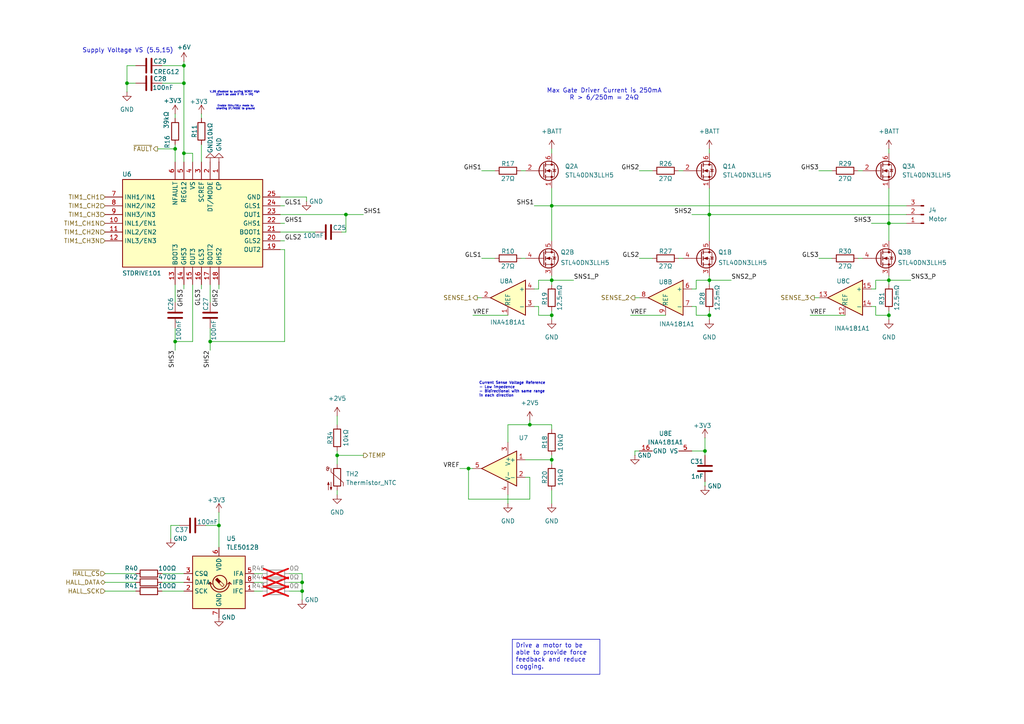
<source format=kicad_sch>
(kicad_sch (version 20250114) (generator "eeschema") (generator_version "9.0")
  (paper "A4")
  (lib_symbols
    (symbol "Connector:Conn_01x03_Pin" (pin_names (offset 1.016) (hide yes))
      (property "Reference" "J" (at 0 5.08 0))
      (property "Value" "Conn_01x03_Pin" (at 0 -5.08 0))
      (symbol "Conn_01x03_Pin_1_1"
        (rectangle (start 0.8636 2.667) (end 0 2.413) (stroke (width 0.1524)) (fill (type outline)))
        (rectangle (start 0.8636 0.127) (end 0 -0.127) (stroke (width 0.1524)) (fill (type outline)))
        (rectangle (start 0.8636 -2.413) (end 0 -2.667) (stroke (width 0.1524)) (fill (type outline)))
        (polyline (pts (xy 1.27 2.54) (xy 0.8636 2.54)) (stroke (width 0.1524)))
        (polyline (pts (xy 1.27 0) (xy 0.8636 0)) (stroke (width 0.1524)))
        (polyline (pts (xy 1.27 -2.54) (xy 0.8636 -2.54)) (stroke (width 0.1524)))
        (pin passive line (at 5.08 2.54 180) (length 3.81) (name "Pin_1") (number "1"))
        (pin passive line (at 5.08 0 180) (length 3.81) (name "Pin_2") (number "2"))
        (pin passive line (at 5.08 -2.54 180) (length 3.81) (name "Pin_3") (number "3"))
      )
    )
    (symbol "Device:C" (pin_numbers (hide yes)) (pin_names (offset 0.254))
      (property "Reference" "C" (at 0.635 2.54 0))
      (property "Value" "C" (at 0.635 -2.54 0))
      (symbol "C_0_1"
        (polyline (pts (xy -2.032 0.762) (xy 2.032 0.762)) (stroke (width 0.508)))
        (polyline (pts (xy -2.032 -0.762) (xy 2.032 -0.762)) (stroke (width 0.508)))
      )
      (symbol "C_1_1"
        (pin passive line (at 0 3.81 270) (length 2.794) (name "~") (number "1"))
        (pin passive line (at 0 -3.81 90) (length 2.794) (name "~") (number "2"))
      )
    )
    (symbol "Device:R" (pin_numbers (hide yes)) (pin_names (offset 0))
      (property "Reference" "R" (at 2.032 0 90))
      (property "Value" "R" (at 0 0 90))
      (symbol "R_0_1"
        (rectangle (start -1.016 -2.54) (end 1.016 2.54) (stroke (width 0.254)))
      )
      (symbol "R_1_1"
        (pin passive line (at 0 3.81 270) (length 1.27) (name "~") (number "1"))
        (pin passive line (at 0 -3.81 90) (length 1.27) (name "~") (number "2"))
      )
    )
    (symbol "Device:Thermistor_NTC" (pin_numbers (hide yes)) (pin_names (offset 0))
      (property "Reference" "TH" (at -4.445 0 90))
      (property "Value" "Thermistor_NTC" (at 3.175 0 90))
      (symbol "Thermistor_NTC_0_1"
        (arc (start -3.175 2.413) (mid -3.0506 2.3165) (end -3.048 2.159))
        (arc (start -3.048 2.794) (mid -2.9736 2.9736) (end -2.794 3.048))
        (arc (start -2.794 3.048) (mid -2.6144 2.9736) (end -2.54 2.794))
        (arc (start -2.794 2.54) (mid -2.9736 2.6144) (end -3.048 2.794))
        (arc (start -2.794 1.905) (mid -2.9736 1.9794) (end -3.048 2.159))
        (arc (start -2.54 2.159) (mid -2.6144 1.9794) (end -2.794 1.905))
        (arc (start -2.159 2.794) (mid -2.434 2.5608) (end -2.794 2.54))
        (polyline (pts (xy -2.54 2.159) (xy -2.54 2.794)))
        (polyline (pts (xy -2.54 -3.683) (xy -2.54 -1.397) (xy -2.794 -2.159) (xy -2.286 -2.159) (xy -2.54 -1.397) (xy -2.54 -1.651)) (fill (type outline)))
        (polyline (pts (xy -1.778 2.54) (xy -1.778 1.524) (xy 1.778 -1.524) (xy 1.778 -2.54)))
        (polyline (pts (xy -1.778 -1.397) (xy -1.778 -3.683) (xy -2.032 -2.921) (xy -1.524 -2.921) (xy -1.778 -3.683) (xy -1.778 -3.429)) (fill (type outline)))
        (rectangle (start -1.016 2.54) (end 1.016 -2.54) (stroke (width 0.254)))
      )
      (symbol "Thermistor_NTC_1_1"
        (pin passive line (at 0 3.81 270) (length 1.27) (name "~") (number "1"))
        (pin passive line (at 0 -3.81 90) (length 1.27) (name "~") (number "2"))
      )
    )
    (symbol "STDRIVE101:STDRIVE101"
      (property "Reference" "U" (at 13.97 24.13 0))
      (property "Value" "STDRIVE101" (at 13.97 21.59 0))
      (symbol "STDRIVE101_1_1"
        (rectangle (start -12.7 19.05) (end 12.7 -21.59) (stroke (width 0.254)) (fill (type background)))
        (pin passive line (at -17.78 6.35 0) (length 5.08) (name "CP") (number "1"))
        (pin passive line (at -17.78 3.81 0) (length 5.08) (name "DT/MODE") (number "2"))
        (pin passive line (at -17.78 1.27 0) (length 5.08) (name "SCREF") (number "3"))
        (pin passive line (at -17.78 -1.27 0) (length 5.08) (name "VS") (number "4"))
        (pin passive line (at -17.78 -3.81 0) (length 5.08) (name "REG12") (number "5"))
        (pin passive line (at -17.78 -6.35 0) (length 5.08) (name "NFAULT") (number "6"))
        (pin passive line (at -7.62 24.13 270) (length 5.08) (name "GND") (number "25"))
        (pin passive line (at -7.62 -26.67 90) (length 5.08) (name "INH1/IN1") (number "7"))
        (pin passive line (at -5.08 24.13 270) (length 5.08) (name "GLS1") (number "24"))
        (pin passive line (at -5.08 -26.67 90) (length 5.08) (name "INH2/IN2") (number "8"))
        (pin passive line (at -2.54 24.13 270) (length 5.08) (name "OUT1") (number "23"))
        (pin passive line (at -2.54 -26.67 90) (length 5.08) (name "INH3/IN3") (number "9"))
        (pin passive line (at 0 24.13 270) (length 5.08) (name "GHS1") (number "22"))
        (pin passive line (at 0 -26.67 90) (length 5.08) (name "INL1/EN1") (number "10"))
        (pin passive line (at 2.54 24.13 270) (length 5.08) (name "BOOT1") (number "21"))
        (pin passive line (at 2.54 -26.67 90) (length 5.08) (name "INL2/EN2") (number "11"))
        (pin passive line (at 5.08 24.13 270) (length 5.08) (name "GLS2") (number "20"))
        (pin passive line (at 5.08 -26.67 90) (length 5.08) (name "INL3/EN3") (number "12"))
        (pin passive line (at 7.62 24.13 270) (length 5.08) (name "OUT2") (number "19"))
        (pin passive line (at 17.78 6.35 180) (length 5.08) (name "GHS2") (number "18"))
        (pin passive line (at 17.78 3.81 180) (length 5.08) (name "BOOT2") (number "17"))
        (pin passive line (at 17.78 1.27 180) (length 5.08) (name "GLS3") (number "16"))
        (pin passive line (at 17.78 -1.27 180) (length 5.08) (name "OUT3") (number "15"))
        (pin passive line (at 17.78 -3.81 180) (length 5.08) (name "GHS3") (number "14"))
        (pin passive line (at 17.78 -6.35 180) (length 5.08) (name "BOOT3") (number "13"))
      )
    )
    (symbol "STL40DN3LLH5:STL40DN3LLH5" (pin_names (hide yes))
      (property "Reference" "Q" (at 5.08 1.905 0))
      (property "Value" "STL40DN3LLH5" (at 5.08 0 0))
      (symbol "STL40DN3LLH5_0_1"
        (polyline (pts (xy 0.254 1.905) (xy 0.254 -1.905)) (stroke (width 0.254)))
        (polyline (pts (xy 0.254 0) (xy -2.54 0)))
        (polyline (pts (xy 0.762 2.286) (xy 0.762 1.27)) (stroke (width 0.254)))
        (polyline (pts (xy 0.762 0.508) (xy 0.762 -0.508)) (stroke (width 0.254)))
        (polyline (pts (xy 0.762 -1.27) (xy 0.762 -2.286)) (stroke (width 0.254)))
        (polyline (pts (xy 0.762 -1.778) (xy 3.302 -1.778) (xy 3.302 1.778) (xy 0.762 1.778)))
        (polyline (pts (xy 1.016 0) (xy 2.032 0.381) (xy 2.032 -0.381) (xy 1.016 0)) (fill (type outline)))
        (circle (center 1.651 0) (radius 2.794) (stroke (width 0.254)))
        (polyline (pts (xy 2.54 2.54) (xy 2.54 1.778)))
        (circle (center 2.54 1.778) (radius 0.254) (fill (type outline)))
        (circle (center 2.54 -1.778) (radius 0.254) (fill (type outline)))
        (polyline (pts (xy 2.54 -2.54) (xy 2.54 0) (xy 0.762 0)))
        (polyline (pts (xy 2.794 0.508) (xy 2.921 0.381) (xy 3.683 0.381) (xy 3.81 0.254)))
        (polyline (pts (xy 3.302 0.381) (xy 2.921 -0.254) (xy 3.683 -0.254) (xy 3.302 0.381)))
      )
      (symbol "STL40DN3LLH5_1_1"
        (pin passive line (at -5.08 0 0) (length 2.54) (name "G") (number "2"))
        (pin passive line (at 2.54 5.08 270) (length 2.54) (name "D") (number "6"))
        (pin passive line (at 2.54 -5.08 90) (length 2.54) (name "S") (number "1"))
      )
      (symbol "STL40DN3LLH5_2_1"
        (pin passive line (at -5.08 0 0) (length 2.54) (name "G") (number "4"))
        (pin passive line (at 2.54 5.08 270) (length 2.54) (name "D") (number "5"))
        (pin passive line (at 2.54 -5.08 90) (length 2.54) (name "S") (number "3"))
      )
    )
    (symbol "Sensor_Magnetic:TLE5012B"
      (property "Reference" "U" (at 2.54 8.89 0))
      (property "Value" "TLE5012B" (at 2.54 11.43 0))
      (symbol "TLE5012B_0_1"
        (polyline (pts (xy -2.54 0) (xy -3.048 -0.508)) (stroke (width 0.254)))
        (polyline (pts (xy -2.54 0) (xy -2.032 -0.508)) (stroke (width 0.254)))
        (arc (start 3.048 0) (mid 0.254 -2.7819) (end -2.54 0) (stroke (width 0.254)))
        (polyline (pts (xy 3.048 0) (xy 2.54 -0.508)) (stroke (width 0.254)))
        (polyline (pts (xy 3.048 0) (xy 3.556 -0.508)) (stroke (width 0.254)))
      )
      (symbol "TLE5012B_1_1"
        (rectangle (start -7.62 7.62) (end 7.62 -7.62) (stroke (width 0.254)) (fill (type background)))
        (polyline (pts (xy -0.508 1.27) (xy 0.508 0.254) (xy 0 -0.254) (xy -1.016 0.762) (xy -0.762 1.016) (xy -0.508 1.27) (xy -0.381 1.143)) (fill (type outline)))
        (circle (center 0.254 0) (radius 2.032) (stroke (width 0.254)))
        (polyline (pts (xy 0.508 0.254) (xy 1.524 -0.762) (xy 1.016 -1.27) (xy 0 -0.254)))
        (pin input line (at -10.16 2.54 0) (length 2.54) (name "CSQ") (number "3"))
        (pin bidirectional line (at -10.16 0 0) (length 2.54) (name "DATA") (number "4"))
        (pin input line (at -10.16 -2.54 0) (length 2.54) (name "SCK") (number "2"))
        (pin power_in line (at 0 10.16 270) (length 2.54) (name "VDD") (number "6"))
        (pin power_in line (at 0 -10.16 90) (length 2.54) (name "GND") (number "7"))
        (pin bidirectional line (at 10.16 2.54 180) (length 2.54) (name "IFA") (number "5"))
        (pin output line (at 10.16 0 180) (length 2.54) (name "IFB") (number "8"))
        (pin bidirectional line (at 10.16 -2.54 180) (length 2.54) (name "IFC") (number "1"))
      )
    )
    (symbol "Simulation_SPICE:OPAMP" (pin_names (offset 0.254))
      (property "Reference" "U" (at 3.81 3.175 0))
      (property "Value" "${SIM.PARAMS}" (at 3.81 -3.175 0))
      (symbol "OPAMP_0_1"
        (polyline (pts (xy 5.08 0) (xy -5.08 5.08) (xy -5.08 -5.08) (xy 5.08 0)) (stroke (width 0.254)) (fill (type background)))
      )
      (symbol "OPAMP_1_1"
        (pin input line (at -7.62 2.54 0) (length 2.54) (name "+") (number "1"))
        (pin input line (at -7.62 -2.54 0) (length 2.54) (name "-") (number "2"))
        (pin power_in line (at -2.54 7.62 270) (length 3.81) (name "V+") (number "3"))
        (pin power_in line (at -2.54 -7.62 90) (length 3.81) (name "V-") (number "4"))
        (pin output line (at 7.62 0 180) (length 2.54) (name "~") (number "5"))
      )
    )
    (symbol "lib:INA4181A1" (pin_names (offset 0.127))
      (property "Reference" "U" (at 2.54 5.08 0))
      (property "Value" "INA4181A1" (at 8.382 -3.81 0))
      (symbol "INA4181A1_1_1"
        (polyline (pts (xy -5.08 5.08) (xy 5.08 0) (xy -5.08 -5.08) (xy -5.08 5.08)) (stroke (width 0.254)) (fill (type background)))
        (pin input line (at -7.62 2.54 0) (length 2.54) (name "+") (number "4"))
        (pin input line (at -7.62 -2.54 0) (length 2.54) (name "-") (number "3"))
        (pin input line (at 0 -5.08 90) (length 2.54) (name "REF") (number "1"))
        (pin output line (at 7.62 0 180) (length 2.54) (name "~") (number "2"))
      )
      (symbol "INA4181A1_2_1"
        (polyline (pts (xy -5.08 5.08) (xy 5.08 0) (xy -5.08 -5.08) (xy -5.08 5.08)) (stroke (width 0.254)) (fill (type background)))
        (pin input line (at -7.62 2.54 0) (length 2.54) (name "+") (number "6"))
        (pin input line (at -7.62 -2.54 0) (length 2.54) (name "-") (number "7"))
        (pin input line (at 0 -5.08 90) (length 2.54) (name "REF") (number "9"))
        (pin output line (at 7.62 0 180) (length 2.54) (name "~") (number "8"))
      )
      (symbol "INA4181A1_3_1"
        (polyline (pts (xy -5.08 5.08) (xy 5.08 0) (xy -5.08 -5.08) (xy -5.08 5.08)) (stroke (width 0.254)) (fill (type background)))
        (pin input line (at -7.62 2.54 0) (length 2.54) (name "+") (number "15"))
        (pin input line (at -7.62 -2.54 0) (length 2.54) (name "-") (number "14"))
        (pin input line (at 0 -5.08 90) (length 2.54) (name "REF") (number "12"))
        (pin output line (at 7.62 0 180) (length 2.54) (name "~") (number "13"))
      )
      (symbol "INA4181A1_4_1"
        (polyline (pts (xy -5.08 5.08) (xy 5.08 0) (xy -5.08 -5.08) (xy -5.08 5.08)) (stroke (width 0.254)) (fill (type background)))
        (pin input line (at -7.62 2.54 0) (length 2.54) (name "+") (number "17"))
        (pin input line (at -7.62 -2.54 0) (length 2.54) (name "-") (number "18"))
        (pin input line (at 0 -5.08 90) (length 2.54) (name "REF") (number "20"))
        (pin output line (at 7.62 0 180) (length 2.54) (name "~") (number "19"))
      )
      (symbol "INA4181A1_5_1"
        (pin power_in line (at 0 7.62 270) (length 3.81) (name "VS") (number "5"))
        (pin power_in line (at 0 -7.62 90) (length 3.81) (name "GND") (number "16"))
      )
    )
    (symbol "power:+2V5" (power) (pin_numbers (hide yes)) (pin_names (offset 0) (hide yes))
      (property "Value" "+2V5" (at 0 3.556 0))
      (symbol "+2V5_0_1"
        (polyline (pts (xy -0.762 1.27) (xy 0 2.54)))
        (polyline (pts (xy 0 2.54) (xy 0.762 1.27)))
        (polyline (pts (xy 0 0) (xy 0 2.54)))
      )
      (symbol "+2V5_1_1"
        (pin power_in line (at 0 0 90) (length 0) (name "~") (number "1"))
      )
    )
    (symbol "power:+3V3" (power) (pin_numbers (hide yes)) (pin_names (offset 0) (hide yes))
      (property "Value" "+3V3" (at 0 3.556 0))
      (symbol "+3V3_0_1"
        (polyline (pts (xy -0.762 1.27) (xy 0 2.54)))
        (polyline (pts (xy 0 2.54) (xy 0.762 1.27)))
        (polyline (pts (xy 0 0) (xy 0 2.54)))
      )
      (symbol "+3V3_1_1"
        (pin power_in line (at 0 0 90) (length 0) (name "~") (number "1"))
      )
    )
    (symbol "power:+6V" (power) (pin_numbers (hide yes)) (pin_names (offset 0) (hide yes))
      (property "Value" "+6V" (at 0 3.556 0))
      (symbol "+6V_0_1"
        (polyline (pts (xy -0.762 1.27) (xy 0 2.54)))
        (polyline (pts (xy 0 2.54) (xy 0.762 1.27)))
        (polyline (pts (xy 0 0) (xy 0 2.54)))
      )
      (symbol "+6V_1_1"
        (pin power_in line (at 0 0 90) (length 0) (name "~") (number "1"))
      )
    )
    (symbol "power:+BATT" (power) (pin_numbers (hide yes)) (pin_names (offset 0) (hide yes))
      (property "Value" "+BATT" (at 0 3.556 0))
      (symbol "+BATT_0_1"
        (polyline (pts (xy -0.762 1.27) (xy 0 2.54)))
        (polyline (pts (xy 0 2.54) (xy 0.762 1.27)))
        (polyline (pts (xy 0 0) (xy 0 2.54)))
      )
      (symbol "+BATT_1_1"
        (pin power_in line (at 0 0 90) (length 0) (name "~") (number "1"))
      )
    )
    (symbol "power:GND" (power) (pin_numbers (hide yes)) (pin_names (offset 0) (hide yes))
      (property "Value" "GND" (at 0 -3.81 0))
      (symbol "GND_0_1"
        (polyline (pts (xy 0 0) (xy 0 -1.27) (xy 1.27 -1.27) (xy 0 -2.54) (xy -1.27 -1.27) (xy 0 -1.27)))
      )
      (symbol "GND_1_1"
        (pin power_in line (at 0 0 270) (length 0) (name "~") (number "1"))
      )
    )
  )
  (text "Enable INHx/INLx mode by\nshorting DT/MODE to ground" (at 68.326 31.242 0) (effects (font (size 0.508 0.508))))
  (text "Max Gate Driver Current is 250mA\nR > 6/250m = 24Ω" (at 175.26 27.432 0) (effects (font (size 1.27 1.27))))
  (text "Current Sense Voltage Reference\n- Low impedence\n- Bidirectional with same range\nin each direction" (at 138.938 113.03 0) (effects (font (size 0.762 0.762)) (justify left)))
  (text "V_DS disabled by pulling SCREF high\n(Can't be used if VS > VM)" (at 68.072 27.178 0) (effects (font (size 0.508 0.508))))
  (text "Supply Voltage VS (5.5,15)" (at 37.084 14.732 0) (effects (font (size 1.27 1.27))))
  (text_box "Drive a motor to be able to provide force feedback and reduce cogging." (at 148.59 185.42 0) (size 25.4 10.16) (margins 0.9525 0.9525 0.9525 0.9525) (effects (font (size 1.27 1.27)) (justify left top)))
  (junction (at 97.79 132.08))
  (junction (at 60.96 99.06))
  (junction (at 205.74 62.23))
  (junction (at 50.8 99.06))
  (junction (at 87.63 171.45))
  (junction (at 205.74 91.44))
  (junction (at 160.02 133.35))
  (junction (at 205.74 81.28))
  (junction (at 53.34 19.05))
  (junction (at 100.33 62.23))
  (junction (at 53.34 24.13))
  (junction (at 257.81 81.28))
  (junction (at 53.34 44.45))
  (junction (at 50.8 43.18))
  (junction (at 160.02 81.28))
  (junction (at 160.02 59.69))
  (junction (at 153.67 123.19))
  (junction (at 204.47 130.81))
  (junction (at 257.81 64.77))
  (junction (at 257.81 91.44))
  (junction (at 36.83 24.13))
  (junction (at 135.89 135.89))
  (junction (at 63.5 152.4))
  (junction (at 87.63 168.91))
  (junction (at 160.02 91.44))
  (wire (pts (xy 55.88 99.06) (xy 50.8 99.06)))
  (wire (pts (xy 55.88 82.55) (xy 55.88 99.06)))
  (wire (pts (xy 160.02 90.17) (xy 160.02 91.44)))
  (wire (pts (xy 97.79 130.81) (xy 97.79 132.08)))
  (wire (pts (xy 36.83 24.13) (xy 39.37 24.13)))
  (wire (pts (xy 152.4 49.53) (xy 151.13 49.53)))
  (wire (pts (xy 73.66 166.37) (xy 76.2 166.37)))
  (wire (pts (xy 50.8 99.06) (xy 50.8 101.6)))
  (wire (pts (xy 152.4 133.35) (xy 160.02 133.35)))
  (wire (pts (xy 257.81 80.01) (xy 257.81 81.28)))
  (wire (pts (xy 58.42 83.82) (xy 58.42 82.55)))
  (wire (pts (xy 184.15 130.81) (xy 184.15 132.08)))
  (wire (pts (xy 137.16 91.44) (xy 147.32 91.44)))
  (wire (pts (xy 49.53 152.4) (xy 52.07 152.4)))
  (wire (pts (xy 152.4 138.43) (xy 153.67 138.43)))
  (wire (pts (xy 99.06 67.31) (xy 100.33 67.31)))
  (wire (pts (xy 135.89 144.78) (xy 135.89 135.89)))
  (wire (pts (xy 153.67 123.19) (xy 153.67 121.92)))
  (wire (pts (xy 60.96 99.06) (xy 60.96 101.6)))
  (wire (pts (xy 200.66 62.23) (xy 205.74 62.23)))
  (wire (pts (xy 200.66 130.81) (xy 204.47 130.81)))
  (wire (pts (xy 257.81 54.61) (xy 257.81 64.77)))
  (wire (pts (xy 82.55 72.39) (xy 81.28 72.39)))
  (wire (pts (xy 252.73 88.9) (xy 254 88.9)))
  (wire (pts (xy 205.74 90.17) (xy 205.74 91.44)))
  (wire (pts (xy 87.63 168.91) (xy 87.63 171.45)))
  (wire (pts (xy 82.55 99.06) (xy 82.55 72.39)))
  (wire (pts (xy 63.5 83.82) (xy 63.5 82.55)))
  (wire (pts (xy 252.73 64.77) (xy 257.81 64.77)))
  (wire (pts (xy 81.28 62.23) (xy 100.33 62.23)))
  (wire (pts (xy 97.79 142.24) (xy 97.79 143.51)))
  (wire (pts (xy 182.88 91.44) (xy 193.04 91.44)))
  (wire (pts (xy 185.42 74.93) (xy 189.23 74.93)))
  (wire (pts (xy 30.48 168.91) (xy 39.37 168.91)))
  (wire (pts (xy 201.93 91.44) (xy 205.74 91.44)))
  (wire (pts (xy 139.7 86.36) (xy 138.43 86.36)))
  (wire (pts (xy 154.94 88.9) (xy 156.21 88.9)))
  (wire (pts (xy 50.8 33.02) (xy 50.8 34.29)))
  (wire (pts (xy 257.81 43.18) (xy 257.81 44.45)))
  (wire (pts (xy 53.34 44.45) (xy 55.88 44.45)))
  (wire (pts (xy 50.8 82.55) (xy 50.8 87.63)))
  (wire (pts (xy 257.81 81.28) (xy 254 81.28)))
  (wire (pts (xy 160.02 59.69) (xy 160.02 69.85)))
  (wire (pts (xy 39.37 19.05) (xy 36.83 19.05)))
  (wire (pts (xy 156.21 88.9) (xy 156.21 91.44)))
  (wire (pts (xy 160.02 133.35) (xy 160.02 134.62)))
  (wire (pts (xy 254 83.82) (xy 252.73 83.82)))
  (wire (pts (xy 151.13 74.93) (xy 152.4 74.93)))
  (wire (pts (xy 205.74 62.23) (xy 262.89 62.23)))
  (wire (pts (xy 45.72 43.18) (xy 50.8 43.18)))
  (wire (pts (xy 254 91.44) (xy 257.81 91.44)))
  (wire (pts (xy 160.02 43.18) (xy 160.02 44.45)))
  (wire (pts (xy 46.99 168.91) (xy 53.34 168.91)))
  (wire (pts (xy 234.95 91.44) (xy 245.11 91.44)))
  (wire (pts (xy 160.02 132.08) (xy 160.02 133.35)))
  (wire (pts (xy 147.32 128.27) (xy 147.32 123.19)))
  (wire (pts (xy 201.93 88.9) (xy 201.93 91.44)))
  (wire (pts (xy 160.02 81.28) (xy 156.21 81.28)))
  (wire (pts (xy 154.94 59.69) (xy 160.02 59.69)))
  (wire (pts (xy 53.34 83.82) (xy 53.34 82.55)))
  (wire (pts (xy 88.9 57.15) (xy 88.9 58.42)))
  (wire (pts (xy 50.8 43.18) (xy 50.8 46.99)))
  (wire (pts (xy 205.74 80.01) (xy 205.74 81.28)))
  (wire (pts (xy 49.53 156.21) (xy 49.53 152.4)))
  (wire (pts (xy 257.81 64.77) (xy 262.89 64.77)))
  (wire (pts (xy 160.02 91.44) (xy 160.02 92.71)))
  (wire (pts (xy 156.21 81.28) (xy 156.21 83.82)))
  (wire (pts (xy 46.99 19.05) (xy 53.34 19.05)))
  (wire (pts (xy 55.88 44.45) (xy 55.88 46.99)))
  (wire (pts (xy 58.42 41.91) (xy 58.42 46.99)))
  (wire (pts (xy 160.02 146.05) (xy 160.02 142.24)))
  (wire (pts (xy 198.12 49.53) (xy 196.85 49.53)))
  (wire (pts (xy 205.74 81.28) (xy 212.09 81.28)))
  (wire (pts (xy 160.02 59.69) (xy 262.89 59.69)))
  (wire (pts (xy 97.79 132.08) (xy 97.79 134.62)))
  (wire (pts (xy 160.02 80.01) (xy 160.02 81.28)))
  (wire (pts (xy 200.66 88.9) (xy 201.93 88.9)))
  (wire (pts (xy 254 81.28) (xy 254 83.82)))
  (wire (pts (xy 160.02 81.28) (xy 160.02 82.55)))
  (wire (pts (xy 63.5 152.4) (xy 63.5 158.75)))
  (wire (pts (xy 81.28 67.31) (xy 91.44 67.31)))
  (wire (pts (xy 100.33 62.23) (xy 100.33 67.31)))
  (wire (pts (xy 250.19 49.53) (xy 248.92 49.53)))
  (wire (pts (xy 257.81 81.28) (xy 257.81 82.55)))
  (wire (pts (xy 257.81 64.77) (xy 257.81 69.85)))
  (wire (pts (xy 153.67 138.43) (xy 153.67 144.78)))
  (wire (pts (xy 153.67 123.19) (xy 160.02 123.19)))
  (wire (pts (xy 82.55 59.69) (xy 81.28 59.69)))
  (wire (pts (xy 205.74 62.23) (xy 205.74 69.85)))
  (wire (pts (xy 205.74 54.61) (xy 205.74 62.23)))
  (wire (pts (xy 87.63 171.45) (xy 87.63 173.99)))
  (wire (pts (xy 201.93 81.28) (xy 201.93 83.82)))
  (wire (pts (xy 156.21 91.44) (xy 160.02 91.44)))
  (wire (pts (xy 97.79 132.08) (xy 105.41 132.08)))
  (wire (pts (xy 60.96 99.06) (xy 60.96 95.25)))
  (wire (pts (xy 133.35 135.89) (xy 135.89 135.89)))
  (wire (pts (xy 237.49 49.53) (xy 241.3 49.53)))
  (wire (pts (xy 139.7 49.53) (xy 143.51 49.53)))
  (wire (pts (xy 205.74 43.18) (xy 205.74 44.45)))
  (wire (pts (xy 205.74 81.28) (xy 201.93 81.28)))
  (wire (pts (xy 46.99 24.13) (xy 53.34 24.13)))
  (wire (pts (xy 196.85 74.93) (xy 198.12 74.93)))
  (wire (pts (xy 83.82 166.37) (xy 87.63 166.37)))
  (wire (pts (xy 204.47 140.97) (xy 204.47 139.7)))
  (wire (pts (xy 83.82 171.45) (xy 87.63 171.45)))
  (wire (pts (xy 147.32 143.51) (xy 147.32 146.05)))
  (wire (pts (xy 63.5 148.59) (xy 63.5 152.4)))
  (wire (pts (xy 205.74 81.28) (xy 205.74 82.55)))
  (wire (pts (xy 30.48 171.45) (xy 39.37 171.45)))
  (wire (pts (xy 50.8 95.25) (xy 50.8 99.06)))
  (wire (pts (xy 257.81 90.17) (xy 257.81 91.44)))
  (wire (pts (xy 87.63 166.37) (xy 87.63 168.91)))
  (wire (pts (xy 185.42 86.36) (xy 184.15 86.36)))
  (wire (pts (xy 153.67 144.78) (xy 135.89 144.78)))
  (wire (pts (xy 160.02 123.19) (xy 160.02 124.46)))
  (wire (pts (xy 185.42 49.53) (xy 189.23 49.53)))
  (wire (pts (xy 160.02 81.28) (xy 166.37 81.28)))
  (wire (pts (xy 139.7 74.93) (xy 143.51 74.93)))
  (wire (pts (xy 50.8 41.91) (xy 50.8 43.18)))
  (wire (pts (xy 30.48 166.37) (xy 39.37 166.37)))
  (wire (pts (xy 53.34 17.78) (xy 53.34 19.05)))
  (wire (pts (xy 73.66 168.91) (xy 76.2 168.91)))
  (wire (pts (xy 135.89 135.89) (xy 137.16 135.89)))
  (wire (pts (xy 257.81 81.28) (xy 264.16 81.28)))
  (wire (pts (xy 82.55 69.85) (xy 81.28 69.85)))
  (wire (pts (xy 184.15 130.81) (xy 185.42 130.81)))
  (wire (pts (xy 156.21 83.82) (xy 154.94 83.82)))
  (wire (pts (xy 53.34 19.05) (xy 53.34 24.13)))
  (wire (pts (xy 36.83 24.13) (xy 36.83 26.67)))
  (wire (pts (xy 205.74 91.44) (xy 205.74 92.71)))
  (wire (pts (xy 147.32 123.19) (xy 153.67 123.19)))
  (wire (pts (xy 83.82 168.91) (xy 87.63 168.91)))
  (wire (pts (xy 204.47 130.81) (xy 204.47 132.08)))
  (wire (pts (xy 248.92 74.93) (xy 250.19 74.93)))
  (wire (pts (xy 257.81 91.44) (xy 257.81 92.71)))
  (wire (pts (xy 237.49 86.36) (xy 236.22 86.36)))
  (wire (pts (xy 58.42 33.02) (xy 58.42 34.29)))
  (wire (pts (xy 81.28 57.15) (xy 88.9 57.15)))
  (wire (pts (xy 36.83 19.05) (xy 36.83 24.13)))
  (wire (pts (xy 201.93 83.82) (xy 200.66 83.82)))
  (wire (pts (xy 97.79 120.65) (xy 97.79 123.19)))
  (wire (pts (xy 100.33 62.23) (xy 105.41 62.23)))
  (wire (pts (xy 82.55 64.77) (xy 81.28 64.77)))
  (wire (pts (xy 237.49 74.93) (xy 241.3 74.93)))
  (wire (pts (xy 59.69 152.4) (xy 63.5 152.4)))
  (wire (pts (xy 204.47 130.81) (xy 204.47 127)))
  (wire (pts (xy 60.96 82.55) (xy 60.96 87.63)))
  (wire (pts (xy 53.34 46.99) (xy 53.34 44.45)))
  (wire (pts (xy 254 88.9) (xy 254 91.44)))
  (wire (pts (xy 73.66 171.45) (xy 76.2 171.45)))
  (wire (pts (xy 46.99 171.45) (xy 53.34 171.45)))
  (wire (pts (xy 46.99 166.37) (xy 53.34 166.37)))
  (wire (pts (xy 160.02 54.61) (xy 160.02 59.69)))
  (wire (pts (xy 82.55 99.06) (xy 60.96 99.06)))
  (wire (pts (xy 53.34 24.13) (xy 53.34 44.45)))
  (label "SHS3" (at 50.8 101.6 270))
  (label "GLS2" (at 185.42 74.93 180))
  (label "SHS1" (at 105.41 62.23 0))
  (label "VREF" (at 137.16 91.44 0))
  (label "GHS2" (at 185.42 49.53 180))
  (label "SNS2_P" (at 212.09 81.28 0))
  (label "SNS1_P" (at 166.37 81.28 0))
  (label "SHS2" (at 60.96 101.6 270))
  (label "GHS1" (at 82.55 64.77 0))
  (label "SNS3_P" (at 264.16 81.28 0))
  (label "GLS1" (at 82.55 59.69 0))
  (label "GLS1" (at 139.7 74.93 180))
  (label "GLS3" (at 58.42 83.82 270))
  (label "VREF" (at 133.35 135.89 180))
  (label "SHS3" (at 252.73 64.77 180))
  (label "GLS2" (at 82.55 69.85 0))
  (label "GHS3" (at 237.49 49.53 180))
  (label "VREF" (at 234.95 91.44 0))
  (label "GHS3" (at 53.34 83.82 270))
  (label "GHS2" (at 63.5 83.82 270))
  (label "VREF" (at 182.88 91.44 0))
  (label "SHS1" (at 154.94 59.69 180))
  (label "SHS2" (at 200.66 62.23 180))
  (label "GHS1" (at 139.7 49.53 180))
  (label "GLS3" (at 237.49 74.93 180))
  (hierarchical_label "HALL_SCK" (shape input) (at 30.48 171.45 180))
  (hierarchical_label "TIM1_CH2N" (shape input) (at 30.48 67.31 180))
  (hierarchical_label "TIM1_CH1N" (shape input) (at 30.48 64.77 180))
  (hierarchical_label "TIM1_CH3" (shape input) (at 30.48 62.23 180))
  (hierarchical_label "~{HALL_CS}" (shape input) (at 30.48 166.37 180))
  (hierarchical_label "HALL_DATA" (shape bidirectional) (at 30.48 168.91 180))
  (hierarchical_label "SENSE_1" (shape output) (at 138.43 86.36 180))
  (hierarchical_label "~{FAULT}" (shape output) (at 45.72 43.18 180))
  (hierarchical_label "SENSE_2" (shape output) (at 184.15 86.36 180))
  (hierarchical_label "SENSE_3" (shape output) (at 236.22 86.36 180))
  (hierarchical_label "TEMP" (shape output) (at 105.41 132.08 0))
  (hierarchical_label "TIM1_CH2" (shape input) (at 30.48 59.69 180))
  (hierarchical_label "TIM1_CH3N" (shape input) (at 30.48 69.85 180))
  (hierarchical_label "TIM1_CH1" (shape input) (at 30.48 57.15 180))
  (symbol (lib_id "Device:R") (at 245.11 74.93 90) (unit 1)
    (property "Reference" "R30" (at 245.11 72.898 90))
    (property "Value" "27Ω" (at 245.11 77.216 90))
    (property "Footprint" "Resistor_SMD:R_0402_1005Metric" (effects (hide yes)))
  )
  (symbol (lib_id "Device:R") (at 147.32 49.53 90) (unit 1)
    (property "Reference" "R17" (at 147.32 47.498 90))
    (property "Value" "27Ω" (at 147.32 51.816 90))
    (property "Footprint" "Resistor_SMD:R_0402_1005Metric" (effects (hide yes)))
  )
  (symbol (lib_id "STL40DN3LLH5:STL40DN3LLH5") (at 255.27 74.93 0) (unit 2)
    (property "Reference" "Q3" (at 260.35 73.1519 0) (effects (justify left)))
    (property "Value" "STL40DN3LLH5" (at 260.35 76.1999 0) (effects (justify left)))
    (property "Footprint" "lib:STL40DN3LLH5" (effects (hide yes)))
    (property "Datasheet" "https://www.st.com/resource/en/datasheet/stl40dn3llh5.pdf" (effects (hide yes)))
    (property "Description" "Automotive-grade dual N-channel 30 V, 0.016 Ohm typ., 11 A STripFET H5 Power MOSFET in a PowerFLAT 5x6 double island package" (effects (hide yes)))
  )
  (symbol (lib_id "Device:R") (at 80.01 171.45 270) (unit 1) (dnp yes)
    (property "Reference" "R43" (at 74.93 169.926 90))
    (property "Value" "0Ω" (at 85.344 169.926 90))
    (property "Footprint" "Resistor_SMD:R_0402_1005Metric" (effects (hide yes)))
  )
  (symbol (lib_id "lib:INA4181A1") (at 193.04 130.81 270) (unit 5)
    (property "Reference" "U8" (at 193.04 125.73 90))
    (property "Value" "INA4181A1" (at 193.04 128.27 90))
    (property "Footprint" "Package_SO:TSSOP-20_4.4x6.5mm_P0.65mm" (effects (hide yes)))
    (property "Datasheet" "https://www.ti.com/lit/ds/symlink/ina4181.pdf" (effects (hide yes)))
    (property "Description" "Quad bidirectional current sense amplifier, Rail-to-Rail, 26V, Gain 20 V/V, TSSOP-20" (effects (hide yes)))
  )
  (symbol (lib_id "power:+2V5") (at 97.79 120.65 0) (unit 1)
    (property "Reference" "#PWR051" (effects (hide yes)))
    (property "Value" "+2V5" (at 97.79 115.57 0))
    (property "Description" "Power symbol creates a global label with name \"+2V5\"" (effects (hide yes)))
  )
  (symbol (lib_id "power:+BATT") (at 205.74 43.18 0) (unit 1)
    (property "Reference" "#PWR010" (effects (hide yes)))
    (property "Value" "+BATT" (at 205.74 38.1 0))
    (property "Description" "Power symbol creates a global label with name \"+BATT\"" (effects (hide yes)))
  )
  (symbol (lib_id "power:GND") (at 60.96 46.99 180) (unit 1)
    (property "Reference" "#PWR078" (effects (hide yes)))
    (property "Value" "GND" (at 60.96 42.418 90))
    (property "Description" "Power symbol creates a global label with name \"GND\" , ground" (effects (hide yes)))
  )
  (symbol (lib_id "power:GND") (at 160.02 146.05 0) (unit 1)
    (property "Reference" "#PWR086" (effects (hide yes)))
    (property "Value" "GND" (at 160.02 151.13 0))
    (property "Description" "Power symbol creates a global label with name \"GND\" , ground" (effects (hide yes)))
  )
  (symbol (lib_id "Device:R") (at 205.74 86.36 180) (unit 1)
    (property "Reference" "R28" (at 203.708 86.614 90))
    (property "Value" "12.5mΩ" (at 208.026 86.36 90))
    (property "Footprint" "Resistor_SMD:R_0402_1005Metric" (effects (hide yes)))
  )
  (symbol (lib_id "power:GND") (at 147.32 146.05 0) (unit 1)
    (property "Reference" "#PWR087" (effects (hide yes)))
    (property "Value" "GND" (at 147.32 151.13 0))
    (property "Description" "Power symbol creates a global label with name \"GND\" , ground" (effects (hide yes)))
  )
  (symbol (lib_id "power:GND") (at 205.74 92.71 0) (unit 1)
    (property "Reference" "#PWR011" (effects (hide yes)))
    (property "Value" "GND" (at 205.74 97.79 0))
    (property "Description" "Power symbol creates a global label with name \"GND\" , ground" (effects (hide yes)))
  )
  (symbol (lib_id "STL40DN3LLH5:STL40DN3LLH5") (at 157.48 49.53 0) (unit 1)
    (property "Reference" "Q2" (at 163.83 48.2599 0) (effects (justify left)))
    (property "Value" "STL40DN3LLH5" (at 163.83 50.7999 0) (effects (justify left)))
    (property "Footprint" "lib:STL40DN3LLH5" (effects (hide yes)))
    (property "Datasheet" "https://www.st.com/resource/en/datasheet/stl40dn3llh5.pdf" (effects (hide yes)))
    (property "Description" "Automotive-grade dual N-channel 30 V, 0.016 Ohm typ., 11 A STripFET H5 Power MOSFET in a PowerFLAT 5x6 double island package" (effects (hide yes)))
  )
  (symbol (lib_id "Device:C") (at 55.88 152.4 90) (unit 1)
    (property "Reference" "C37" (at 54.61 153.67 90) (effects (justify left)))
    (property "Value" "100nF" (at 57.15 151.384 90) (effects (justify right)))
    (property "Footprint" "Capacitor_SMD:C_0402_1005Metric" (effects (hide yes)))
  )
  (symbol (lib_id "Device:R") (at 193.04 49.53 90) (unit 1)
    (property "Reference" "R26" (at 193.04 47.498 90))
    (property "Value" "27Ω" (at 193.04 51.816 90))
    (property "Footprint" "Resistor_SMD:R_0402_1005Metric" (effects (hide yes)))
  )
  (symbol (lib_id "power:+BATT") (at 160.02 43.18 0) (unit 1)
    (property "Reference" "#PWR018" (effects (hide yes)))
    (property "Value" "+BATT" (at 160.02 38.1 0))
    (property "Description" "Power symbol creates a global label with name \"+BATT\"" (effects (hide yes)))
  )
  (symbol (lib_id "STDRIVE101:STDRIVE101") (at 57.15 64.77 270) (unit 1)
    (property "Reference" "U6" (at 36.83 50.546 90))
    (property "Value" "STDRIVE101" (at 41.148 79.248 90))
    (property "Footprint" "Package_DFN_QFN:QFN-24-1EP_4x4mm_P0.5mm_EP2.8x2.8mm_ThermalVias" (effects (hide yes)))
    (property "Datasheet" "https://www.st.com/resource/en/datasheet/stdrive101.pdf" (effects (hide yes)))
    (property "Description" "Gate Drivers Low voltage gate driver for driving three-phase brushless motors" (effects (hide yes)))
    (property "Height" "1" (effects (hide yes)))
    (property "Mouser Part Number" "511-STDRIVE101" (effects (hide yes)))
    (property "Mouser Price/Stock" "https://www.mouser.co.uk/ProductDetail/STMicroelectronics/STDRIVE101?qs=xZ%2FP%252Ba9zWqYdY88AYx%252Blxg%3D%3D" (effects (hide yes)))
    (property "Manufacturer_Name" "STMicroelectronics" (effects (hide yes)))
    (property "Manufacturer_Part_Number" "STDRIVE101" (effects (hide yes)))
  )
  (symbol (lib_id "Device:R") (at 193.04 74.93 90) (unit 1)
    (property "Reference" "R27" (at 193.04 72.898 90))
    (property "Value" "27Ω" (at 193.04 77.216 90))
    (property "Footprint" "Resistor_SMD:R_0402_1005Metric" (effects (hide yes)))
  )
  (symbol (lib_id "power:GND") (at 184.15 132.08 0) (unit 1)
    (property "Reference" "#PWR076" (effects (hide yes)))
    (property "Value" "GND" (at 186.944 132.08 0))
    (property "Description" "Power symbol creates a global label with name \"GND\" , ground" (effects (hide yes)))
  )
  (symbol (lib_id "power:+3V3") (at 63.5 148.59 0) (unit 1)
    (property "Reference" "#PWR0111" (effects (hide yes)))
    (property "Value" "+3V3" (at 62.738 145.034 0))
    (property "Description" "Power symbol creates a global label with name \"+3V3\"" (effects (hide yes)))
  )
  (symbol (lib_id "power:GND") (at 257.81 92.71 0) (unit 1)
    (property "Reference" "#PWR032" (effects (hide yes)))
    (property "Value" "GND" (at 257.81 97.79 0))
    (property "Description" "Power symbol creates a global label with name \"GND\" , ground" (effects (hide yes)))
  )
  (symbol (lib_id "Device:C") (at 50.8 91.44 0) (unit 1)
    (property "Reference" "C26" (at 49.53 90.17 90) (effects (justify left)))
    (property "Value" "100nF" (at 51.816 92.71 90) (effects (justify right)))
    (property "Footprint" "Capacitor_SMD:C_0402_1005Metric" (effects (hide yes)))
  )
  (symbol (lib_id "Device:R") (at 43.18 166.37 270) (unit 1)
    (property "Reference" "R40" (at 38.1 164.846 90))
    (property "Value" "100Ω" (at 48.514 164.846 90))
    (property "Footprint" "Resistor_SMD:R_0402_1005Metric" (effects (hide yes)))
  )
  (symbol (lib_id "Device:C") (at 204.47 135.89 0) (unit 1)
    (property "Reference" "C31" (at 200.152 133.858 0) (effects (justify left)))
    (property "Value" "1nF" (at 200.406 138.176 0) (effects (justify left)))
    (property "Footprint" "Capacitor_SMD:C_0402_1005Metric" (effects (hide yes)))
  )
  (symbol (lib_id "power:+3V3") (at 58.42 33.02 0) (unit 1)
    (property "Reference" "#PWR081" (effects (hide yes)))
    (property "Value" "+3V3" (at 57.658 29.464 0))
    (property "Description" "Power symbol creates a global label with name \"+3V3\"" (effects (hide yes)))
  )
  (symbol (lib_id "lib:INA4181A1") (at 245.11 86.36 0) (mirror y) (unit 3)
    (property "Reference" "U8" (at 244.602 81.534 0))
    (property "Value" "INA4181A1" (at 247.142 95.25 0))
    (property "Footprint" "Package_SO:TSSOP-20_4.4x6.5mm_P0.65mm" (effects (hide yes)))
    (property "Datasheet" "https://www.ti.com/lit/ds/symlink/ina4181.pdf" (effects (hide yes)))
    (property "Description" "Quad bidirectional current sense amplifier, Rail-to-Rail, 26V, Gain 20 V/V, TSSOP-20" (effects (hide yes)))
  )
  (symbol (lib_id "power:GND") (at 88.9 58.42 0) (unit 1)
    (property "Reference" "#PWR077" (effects (hide yes)))
    (property "Value" "GND" (at 91.694 58.42 0))
    (property "Description" "Power symbol creates a global label with name \"GND\" , ground" (effects (hide yes)))
  )
  (symbol (lib_id "Device:R") (at 50.8 38.1 180) (unit 1)
    (property "Reference" "R16" (at 48.514 41.148 90))
    (property "Value" "39kΩ" (at 48.26 34.798 90))
    (property "Footprint" "Resistor_SMD:R_0402_1005Metric" (effects (hide yes)))
  )
  (symbol (lib_id "Simulation_SPICE:OPAMP") (at 144.78 135.89 0) (mirror y) (unit 1)
    (property "Reference" "U7" (at 150.4381 127 0) (effects (justify right)))
    (property "Value" "${SIM.PARAMS}" (at 150.4381 129.54 0) (effects (justify right)))
    (property "Datasheet" "https://ngspice.sourceforge.io/docs/ngspice-html-manual/manual.xhtml#sec__SUBCKT_Subcircuits" (effects (hide yes)))
    (property "Description" "Operational amplifier, single" (effects (hide yes)))
    (property "Sim.Pins" "1=in+ 2=in- 3=vcc 4=vee 5=out" (effects (hide yes)))
    (property "Sim.Device" "SUBCKT" (effects (hide yes)))
    (property "Sim.Library" "${KICAD9_SYMBOL_DIR}/Simulation_SPICE.sp" (effects (hide yes)))
    (property "Sim.Name" "kicad_builtin_opamp" (effects (hide yes)))
  )
  (symbol (lib_id "power:+3V3") (at 204.47 127 0) (unit 1)
    (property "Reference" "#PWR021" (effects (hide yes)))
    (property "Value" "+3V3" (at 203.708 123.444 0))
    (property "Description" "Power symbol creates a global label with name \"+3V3\"" (effects (hide yes)))
  )
  (symbol (lib_id "power:+3V3") (at 50.8 33.02 0) (unit 1)
    (property "Reference" "#PWR084" (effects (hide yes)))
    (property "Value" "+3V3" (at 50.038 29.21 0))
    (property "Description" "Power symbol creates a global label with name \"+3V3\"" (effects (hide yes)))
  )
  (symbol (lib_id "power:GND") (at 49.53 156.21 0) (unit 1)
    (property "Reference" "#PWR0112" (effects (hide yes)))
    (property "Value" "GND" (at 52.324 156.21 0))
    (property "Description" "Power symbol creates a global label with name \"GND\" , ground" (effects (hide yes)))
  )
  (symbol (lib_id "Device:R") (at 160.02 138.43 180) (unit 1)
    (property "Reference" "R20" (at 157.988 138.43 90))
    (property "Value" "10kΩ" (at 162.56 138.43 90))
    (property "Footprint" "Resistor_SMD:R_0402_1005Metric" (effects (hide yes)))
  )
  (symbol (lib_id "Device:R") (at 147.32 74.93 90) (unit 1)
    (property "Reference" "R10" (at 147.32 72.898 90))
    (property "Value" "27Ω" (at 147.32 77.216 90))
    (property "Footprint" "Resistor_SMD:R_0402_1005Metric" (effects (hide yes)))
  )
  (symbol (lib_id "Device:C") (at 60.96 91.44 0) (unit 1)
    (property "Reference" "C27" (at 59.69 90.17 90) (effects (justify left)))
    (property "Value" "100nF" (at 61.976 92.71 90) (effects (justify right)))
    (property "Footprint" "Capacitor_SMD:C_0402_1005Metric" (effects (hide yes)))
  )
  (symbol (lib_id "Device:R") (at 80.01 168.91 270) (unit 1) (dnp yes)
    (property "Reference" "R44" (at 74.93 167.386 90))
    (property "Value" "0Ω" (at 85.344 167.386 90))
    (property "Footprint" "Resistor_SMD:R_0402_1005Metric" (effects (hide yes)))
  )
  (symbol (lib_id "STL40DN3LLH5:STL40DN3LLH5") (at 157.48 74.93 0) (unit 2)
    (property "Reference" "Q2" (at 162.56 73.1519 0) (effects (justify left)))
    (property "Value" "STL40DN3LLH5" (at 162.56 76.1999 0) (effects (justify left)))
    (property "Footprint" "lib:STL40DN3LLH5" (effects (hide yes)))
    (property "Datasheet" "https://www.st.com/resource/en/datasheet/stl40dn3llh5.pdf" (effects (hide yes)))
    (property "Description" "Automotive-grade dual N-channel 30 V, 0.016 Ohm typ., 11 A STripFET H5 Power MOSFET in a PowerFLAT 5x6 double island package" (effects (hide yes)))
  )
  (symbol (lib_id "Device:R") (at 160.02 128.27 180) (unit 1)
    (property "Reference" "R18" (at 157.988 128.27 90))
    (property "Value" "10kΩ" (at 162.56 128.27 90))
    (property "Footprint" "Resistor_SMD:R_0402_1005Metric" (effects (hide yes)))
  )
  (symbol (lib_id "power:GND") (at 160.02 92.71 0) (unit 1)
    (property "Reference" "#PWR017" (effects (hide yes)))
    (property "Value" "GND" (at 160.02 97.79 0))
    (property "Description" "Power symbol creates a global label with name \"GND\" , ground" (effects (hide yes)))
  )
  (symbol (lib_id "Device:C") (at 43.18 19.05 270) (unit 1)
    (property "Reference" "C29" (at 44.45 17.78 90) (effects (justify left)))
    (property "Value" "CREG12" (at 44.45 20.828 90) (effects (justify left)))
    (property "Footprint" "Capacitor_SMD:C_0402_1005Metric" (effects (hide yes)))
  )
  (symbol (lib_id "Device:C") (at 95.25 67.31 270) (unit 1)
    (property "Reference" "C25" (at 96.52 66.04 90) (effects (justify left)))
    (property "Value" "100nF" (at 93.98 68.326 90) (effects (justify right)))
    (property "Footprint" "Capacitor_SMD:C_0402_1005Metric" (effects (hide yes)))
  )
  (symbol (lib_id "power:+BATT") (at 257.81 43.18 0) (unit 1)
    (property "Reference" "#PWR029" (effects (hide yes)))
    (property "Value" "+BATT" (at 257.81 38.1 0))
    (property "Description" "Power symbol creates a global label with name \"+BATT\"" (effects (hide yes)))
  )
  (symbol (lib_id "power:GND") (at 87.63 173.99 0) (unit 1)
    (property "Reference" "#PWR0114" (effects (hide yes)))
    (property "Value" "GND" (at 90.424 173.99 0))
    (property "Description" "Power symbol creates a global label with name \"GND\" , ground" (effects (hide yes)))
  )
  (symbol (lib_id "Device:R") (at 80.01 166.37 270) (unit 1) (dnp yes)
    (property "Reference" "R45" (at 74.93 164.846 90))
    (property "Value" "0Ω" (at 85.344 164.846 90))
    (property "Footprint" "Resistor_SMD:R_0402_1005Metric" (effects (hide yes)))
  )
  (symbol (lib_id "Device:R") (at 43.18 168.91 270) (unit 1)
    (property "Reference" "R42" (at 38.1 167.386 90))
    (property "Value" "470Ω" (at 48.514 167.386 90))
    (property "Footprint" "Resistor_SMD:R_0402_1005Metric" (effects (hide yes)))
  )
  (symbol (lib_id "Device:R") (at 58.42 38.1 180) (unit 1)
    (property "Reference" "R11" (at 56.388 38.1 90))
    (property "Value" "10kΩ" (at 60.96 38.1 90))
    (property "Footprint" "Resistor_SMD:R_0402_1005Metric" (effects (hide yes)))
  )
  (symbol (lib_id "power:GND") (at 36.83 26.67 0) (unit 1)
    (property "Reference" "#PWR079" (effects (hide yes)))
    (property "Value" "GND" (at 36.83 31.75 0))
    (property "Description" "Power symbol creates a global label with name \"GND\" , ground" (effects (hide yes)))
  )
  (symbol (lib_id "lib:INA4181A1") (at 147.32 86.36 0) (mirror y) (unit 1)
    (property "Reference" "U8" (at 146.812 81.534 0))
    (property "Value" "INA4181A1" (at 147.32 93.472 0))
    (property "Footprint" "Package_SO:TSSOP-20_4.4x6.5mm_P0.65mm" (effects (hide yes)))
    (property "Datasheet" "https://www.ti.com/lit/ds/symlink/ina4181.pdf" (effects (hide yes)))
    (property "Description" "Quad bidirectional current sense amplifier, Rail-to-Rail, 26V, Gain 20 V/V, TSSOP-20" (effects (hide yes)))
  )
  (symbol (lib_id "Device:R") (at 43.18 171.45 270) (unit 1)
    (property "Reference" "R41" (at 38.1 169.926 90))
    (property "Value" "100Ω" (at 48.514 169.926 90))
    (property "Footprint" "Resistor_SMD:R_0402_1005Metric" (effects (hide yes)))
  )
  (symbol (lib_id "power:GND") (at 204.47 140.97 0) (unit 1)
    (property "Reference" "#PWR022" (effects (hide yes)))
    (property "Value" "GND" (at 207.264 140.97 0))
    (property "Description" "Power symbol creates a global label with name \"GND\" , ground" (effects (hide yes)))
  )
  (symbol (lib_id "STL40DN3LLH5:STL40DN3LLH5") (at 203.2 49.53 0) (unit 1)
    (property "Reference" "Q1" (at 209.55 48.2599 0) (effects (justify left)))
    (property "Value" "STL40DN3LLH5" (at 209.55 50.7999 0) (effects (justify left)))
    (property "Footprint" "lib:STL40DN3LLH5" (effects (hide yes)))
    (property "Datasheet" "https://www.st.com/resource/en/datasheet/stl40dn3llh5.pdf" (effects (hide yes)))
    (property "Description" "Automotive-grade dual N-channel 30 V, 0.016 Ohm typ., 11 A STripFET H5 Power MOSFET in a PowerFLAT 5x6 double island package" (effects (hide yes)))
  )
  (symbol (lib_id "Device:R") (at 257.81 86.36 180) (unit 1)
    (property "Reference" "R31" (at 255.778 86.614 90))
    (property "Value" "12.5mΩ" (at 260.096 86.36 90))
    (property "Footprint" "Resistor_SMD:R_0402_1005Metric" (effects (hide yes)))
  )
  (symbol (lib_id "Device:C") (at 43.18 24.13 270) (unit 1)
    (property "Reference" "C28" (at 44.45 22.86 90) (effects (justify left)))
    (property "Value" "100nF" (at 44.196 25.4 90) (effects (justify left)))
    (property "Footprint" "Capacitor_SMD:C_0402_1005Metric" (effects (hide yes)))
  )
  (symbol (lib_id "STL40DN3LLH5:STL40DN3LLH5") (at 203.2 74.93 0) (unit 2)
    (property "Reference" "Q1" (at 208.28 73.1519 0) (effects (justify left)))
    (property "Value" "STL40DN3LLH5" (at 208.28 76.1999 0) (effects (justify left)))
    (property "Footprint" "lib:STL40DN3LLH5" (effects (hide yes)))
    (property "Datasheet" "https://www.st.com/resource/en/datasheet/stl40dn3llh5.pdf" (effects (hide yes)))
    (property "Description" "Automotive-grade dual N-channel 30 V, 0.016 Ohm typ., 11 A STripFET H5 Power MOSFET in a PowerFLAT 5x6 double island package" (effects (hide yes)))
  )
  (symbol (lib_id "Device:R") (at 245.11 49.53 90) (unit 1)
    (property "Reference" "R29" (at 245.11 47.498 90))
    (property "Value" "27Ω" (at 245.11 51.816 90))
    (property "Footprint" "Resistor_SMD:R_0402_1005Metric" (effects (hide yes)))
  )
  (symbol (lib_id "Device:Thermistor_NTC") (at 97.79 138.43 0) (unit 1)
    (property "Reference" "TH2" (at 100.33 137.4774 0) (effects (justify left)))
    (property "Value" "Thermistor_NTC" (at 100.33 140.0174 0) (effects (justify left)))
    (property "Description" "Temperature dependent resistor, negative temperature coefficient" (effects (hide yes)))
  )
  (symbol (lib_id "power:+6V") (at 53.34 17.78 0) (unit 1)
    (property "Reference" "#PWR050" (effects (hide yes)))
    (property "Value" "+6V" (at 53.34 13.716 0))
    (property "Description" "Power symbol creates a global label with name \"+6V\"" (effects (hide yes)))
  )
  (symbol (lib_id "lib:INA4181A1") (at 193.04 86.36 0) (mirror y) (unit 2)
    (property "Reference" "U8" (at 193.04 81.788 0))
    (property "Value" "INA4181A1" (at 196.342 93.98 0))
    (property "Footprint" "Package_SO:TSSOP-20_4.4x6.5mm_P0.65mm" (effects (hide yes)))
    (property "Datasheet" "https://www.ti.com/lit/ds/symlink/ina4181.pdf" (effects (hide yes)))
    (property "Description" "Quad bidirectional current sense amplifier, Rail-to-Rail, 26V, Gain 20 V/V, TSSOP-20" (effects (hide yes)))
  )
  (symbol (lib_id "Sensor_Magnetic:TLE5012B") (at 63.5 168.91 0) (unit 1)
    (property "Reference" "U5" (at 65.6433 156.21 0) (effects (justify left)))
    (property "Value" "TLE5012B" (at 65.6433 158.75 0) (effects (justify left)))
    (property "Footprint" "Package_SO:SOIC-8_3.9x4.9mm_P1.27mm" (effects (hide yes)))
    (property "Datasheet" "https://www.infineon.com/dgdl/Infineon-TLE5012B_Exxxx-DataSheet-v02_01-EN.pdf?fileId=db3a304334fac4c601350f31c43c433f" (effects (hide yes)))
    (property "Description" "15bit magnetic angle sensor based on GMR principle with diagnostic functions, SOIC-8" (effects (hide yes)))
    (property "User Manual" "https://www.infineon.com/dgdl/Infineon-Angle_Sensor_TLE5012B-UM-v01_02-en-UserManual-v01_02-EN.pdf" (effects (hide yes)))
  )
  (symbol (lib_id "Device:R") (at 160.02 86.36 180) (unit 1)
    (property "Reference" "R19" (at 157.988 86.614 90))
    (property "Value" "12.5mΩ" (at 162.306 86.36 90))
    (property "Footprint" "Resistor_SMD:R_0402_1005Metric" (effects (hide yes)))
  )
  (symbol (lib_id "power:GND") (at 63.5 179.07 0) (unit 1)
    (property "Reference" "#PWR0113" (effects (hide yes)))
    (property "Value" "GND" (at 66.294 179.07 0))
    (property "Description" "Power symbol creates a global label with name \"GND\" , ground" (effects (hide yes)))
  )
  (symbol (lib_id "power:+2V5") (at 153.67 121.92 0) (unit 1)
    (property "Reference" "#PWR049" (effects (hide yes)))
    (property "Value" "+2V5" (at 153.67 116.84 0))
    (property "Description" "Power symbol creates a global label with name \"+2V5\"" (effects (hide yes)))
  )
  (symbol (lib_id "Device:R") (at 97.79 127 180) (unit 1)
    (property "Reference" "R34" (at 95.758 127 90))
    (property "Value" "10kΩ" (at 100.33 127 90))
    (property "Footprint" "Resistor_SMD:R_0402_1005Metric" (effects (hide yes)))
  )
  (symbol (lib_id "power:GND") (at 97.79 143.51 0) (unit 1)
    (property "Reference" "#PWR052" (effects (hide yes)))
    (property "Value" "GND" (at 97.79 148.59 0))
    (property "Description" "Power symbol creates a global label with name \"GND\" , ground" (effects (hide yes)))
  )
  (symbol (lib_id "STL40DN3LLH5:STL40DN3LLH5") (at 255.27 49.53 0) (unit 1)
    (property "Reference" "Q3" (at 261.62 48.2599 0) (effects (justify left)))
    (property "Value" "STL40DN3LLH5" (at 261.62 50.7999 0) (effects (justify left)))
    (property "Footprint" "lib:STL40DN3LLH5" (effects (hide yes)))
    (property "Datasheet" "https://www.st.com/resource/en/datasheet/stl40dn3llh5.pdf" (effects (hide yes)))
    (property "Description" "Automotive-grade dual N-channel 30 V, 0.016 Ohm typ., 11 A STripFET H5 Power MOSFET in a PowerFLAT 5x6 double island package" (effects (hide yes)))
  )
  (symbol (lib_id "Connector:Conn_01x03_Pin") (at 267.97 62.23 180) (unit 1)
    (property "Reference" "J4" (at 269.24 60.9599 0) (effects (justify right)))
    (property "Value" "Motor" (at 269.24 63.4999 0) (effects (justify right)))
    (property "Description" "Generic connector, single row, 01x03, script generated" (effects (hide yes)))
  )
  (symbol (lib_id "power:GND") (at 63.5 46.99 180) (unit 1)
    (property "Reference" "#PWR083" (effects (hide yes)))
    (property "Value" "GND" (at 63.5 41.91 90))
    (property "Description" "Power symbol creates a global label with name \"GND\" , ground" (effects (hide yes)))
  )
)
</source>
